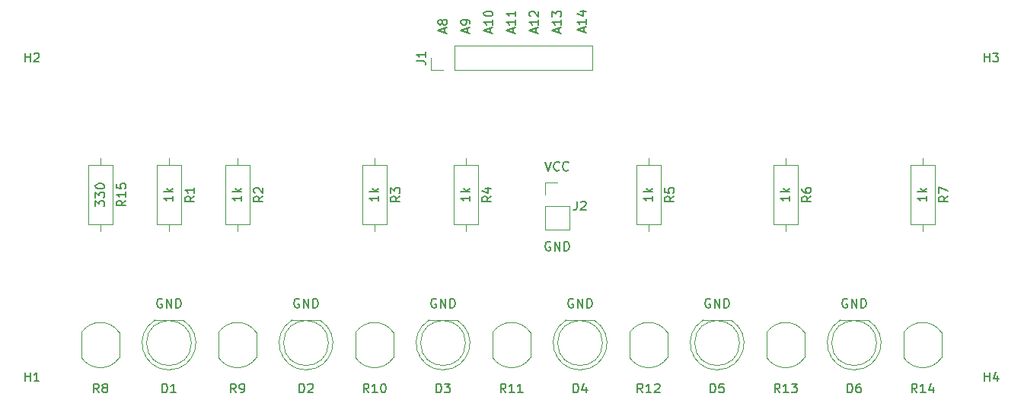
<source format=gbr>
%TF.GenerationSoftware,KiCad,Pcbnew,9.0.4*%
%TF.CreationDate,2026-02-02T12:57:02-08:00*%
%TF.ProjectId,LDR_Board,4c44525f-426f-4617-9264-2e6b69636164,rev?*%
%TF.SameCoordinates,Original*%
%TF.FileFunction,Legend,Top*%
%TF.FilePolarity,Positive*%
%FSLAX46Y46*%
G04 Gerber Fmt 4.6, Leading zero omitted, Abs format (unit mm)*
G04 Created by KiCad (PCBNEW 9.0.4) date 2026-02-02 12:57:02*
%MOMM*%
%LPD*%
G01*
G04 APERTURE LIST*
%ADD10C,0.153000*%
%ADD11C,0.150000*%
%ADD12C,0.120000*%
G04 APERTURE END LIST*
D10*
X124914663Y-96639047D02*
X124914663Y-97210475D01*
X124914663Y-96924761D02*
X123914663Y-96924761D01*
X123914663Y-96924761D02*
X124057520Y-97019999D01*
X124057520Y-97019999D02*
X124152758Y-97115237D01*
X124152758Y-97115237D02*
X124200377Y-97210475D01*
X124914663Y-96210475D02*
X123914663Y-96210475D01*
X124533710Y-96115237D02*
X124914663Y-95829523D01*
X124247996Y-95829523D02*
X124628948Y-96210475D01*
X170634663Y-96639047D02*
X170634663Y-97210475D01*
X170634663Y-96924761D02*
X169634663Y-96924761D01*
X169634663Y-96924761D02*
X169777520Y-97019999D01*
X169777520Y-97019999D02*
X169872758Y-97115237D01*
X169872758Y-97115237D02*
X169920377Y-97210475D01*
X170634663Y-96210475D02*
X169634663Y-96210475D01*
X170253710Y-96115237D02*
X170634663Y-95829523D01*
X169967996Y-95829523D02*
X170348948Y-96210475D01*
X150028948Y-78448866D02*
X150028948Y-77972676D01*
X150314663Y-78544104D02*
X149314663Y-78210771D01*
X149314663Y-78210771D02*
X150314663Y-77877438D01*
X150314663Y-77496485D02*
X150314663Y-77306009D01*
X150314663Y-77306009D02*
X150267044Y-77210771D01*
X150267044Y-77210771D02*
X150219424Y-77163152D01*
X150219424Y-77163152D02*
X150076567Y-77067914D01*
X150076567Y-77067914D02*
X149886091Y-77020295D01*
X149886091Y-77020295D02*
X149505139Y-77020295D01*
X149505139Y-77020295D02*
X149409901Y-77067914D01*
X149409901Y-77067914D02*
X149362282Y-77115533D01*
X149362282Y-77115533D02*
X149314663Y-77210771D01*
X149314663Y-77210771D02*
X149314663Y-77401247D01*
X149314663Y-77401247D02*
X149362282Y-77496485D01*
X149362282Y-77496485D02*
X149409901Y-77544104D01*
X149409901Y-77544104D02*
X149505139Y-77591723D01*
X149505139Y-77591723D02*
X149743234Y-77591723D01*
X149743234Y-77591723D02*
X149838472Y-77544104D01*
X149838472Y-77544104D02*
X149886091Y-77496485D01*
X149886091Y-77496485D02*
X149933710Y-77401247D01*
X149933710Y-77401247D02*
X149933710Y-77210771D01*
X149933710Y-77210771D02*
X149886091Y-77115533D01*
X149886091Y-77115533D02*
X149838472Y-77067914D01*
X149838472Y-77067914D02*
X149743234Y-77020295D01*
X160188948Y-78448866D02*
X160188948Y-77972676D01*
X160474663Y-78544104D02*
X159474663Y-78210771D01*
X159474663Y-78210771D02*
X160474663Y-77877438D01*
X160474663Y-77020295D02*
X160474663Y-77591723D01*
X160474663Y-77306009D02*
X159474663Y-77306009D01*
X159474663Y-77306009D02*
X159617520Y-77401247D01*
X159617520Y-77401247D02*
X159712758Y-77496485D01*
X159712758Y-77496485D02*
X159760377Y-77591723D01*
X159474663Y-76686961D02*
X159474663Y-76067914D01*
X159474663Y-76067914D02*
X159855615Y-76401247D01*
X159855615Y-76401247D02*
X159855615Y-76258390D01*
X159855615Y-76258390D02*
X159903234Y-76163152D01*
X159903234Y-76163152D02*
X159950853Y-76115533D01*
X159950853Y-76115533D02*
X160046091Y-76067914D01*
X160046091Y-76067914D02*
X160284186Y-76067914D01*
X160284186Y-76067914D02*
X160379424Y-76115533D01*
X160379424Y-76115533D02*
X160427044Y-76163152D01*
X160427044Y-76163152D02*
X160474663Y-76258390D01*
X160474663Y-76258390D02*
X160474663Y-76544104D01*
X160474663Y-76544104D02*
X160427044Y-76639342D01*
X160427044Y-76639342D02*
X160379424Y-76686961D01*
X192278095Y-108137282D02*
X192182857Y-108089663D01*
X192182857Y-108089663D02*
X192040000Y-108089663D01*
X192040000Y-108089663D02*
X191897143Y-108137282D01*
X191897143Y-108137282D02*
X191801905Y-108232520D01*
X191801905Y-108232520D02*
X191754286Y-108327758D01*
X191754286Y-108327758D02*
X191706667Y-108518234D01*
X191706667Y-108518234D02*
X191706667Y-108661091D01*
X191706667Y-108661091D02*
X191754286Y-108851567D01*
X191754286Y-108851567D02*
X191801905Y-108946805D01*
X191801905Y-108946805D02*
X191897143Y-109042044D01*
X191897143Y-109042044D02*
X192040000Y-109089663D01*
X192040000Y-109089663D02*
X192135238Y-109089663D01*
X192135238Y-109089663D02*
X192278095Y-109042044D01*
X192278095Y-109042044D02*
X192325714Y-108994424D01*
X192325714Y-108994424D02*
X192325714Y-108661091D01*
X192325714Y-108661091D02*
X192135238Y-108661091D01*
X192754286Y-109089663D02*
X192754286Y-108089663D01*
X192754286Y-108089663D02*
X193325714Y-109089663D01*
X193325714Y-109089663D02*
X193325714Y-108089663D01*
X193801905Y-109089663D02*
X193801905Y-108089663D01*
X193801905Y-108089663D02*
X194040000Y-108089663D01*
X194040000Y-108089663D02*
X194182857Y-108137282D01*
X194182857Y-108137282D02*
X194278095Y-108232520D01*
X194278095Y-108232520D02*
X194325714Y-108327758D01*
X194325714Y-108327758D02*
X194373333Y-108518234D01*
X194373333Y-108518234D02*
X194373333Y-108661091D01*
X194373333Y-108661091D02*
X194325714Y-108851567D01*
X194325714Y-108851567D02*
X194278095Y-108946805D01*
X194278095Y-108946805D02*
X194182857Y-109042044D01*
X194182857Y-109042044D02*
X194040000Y-109089663D01*
X194040000Y-109089663D02*
X193801905Y-109089663D01*
X157648948Y-78448866D02*
X157648948Y-77972676D01*
X157934663Y-78544104D02*
X156934663Y-78210771D01*
X156934663Y-78210771D02*
X157934663Y-77877438D01*
X157934663Y-77020295D02*
X157934663Y-77591723D01*
X157934663Y-77306009D02*
X156934663Y-77306009D01*
X156934663Y-77306009D02*
X157077520Y-77401247D01*
X157077520Y-77401247D02*
X157172758Y-77496485D01*
X157172758Y-77496485D02*
X157220377Y-77591723D01*
X157029901Y-76639342D02*
X156982282Y-76591723D01*
X156982282Y-76591723D02*
X156934663Y-76496485D01*
X156934663Y-76496485D02*
X156934663Y-76258390D01*
X156934663Y-76258390D02*
X156982282Y-76163152D01*
X156982282Y-76163152D02*
X157029901Y-76115533D01*
X157029901Y-76115533D02*
X157125139Y-76067914D01*
X157125139Y-76067914D02*
X157220377Y-76067914D01*
X157220377Y-76067914D02*
X157363234Y-76115533D01*
X157363234Y-76115533D02*
X157934663Y-76686961D01*
X157934663Y-76686961D02*
X157934663Y-76067914D01*
X159258095Y-101787282D02*
X159162857Y-101739663D01*
X159162857Y-101739663D02*
X159020000Y-101739663D01*
X159020000Y-101739663D02*
X158877143Y-101787282D01*
X158877143Y-101787282D02*
X158781905Y-101882520D01*
X158781905Y-101882520D02*
X158734286Y-101977758D01*
X158734286Y-101977758D02*
X158686667Y-102168234D01*
X158686667Y-102168234D02*
X158686667Y-102311091D01*
X158686667Y-102311091D02*
X158734286Y-102501567D01*
X158734286Y-102501567D02*
X158781905Y-102596805D01*
X158781905Y-102596805D02*
X158877143Y-102692044D01*
X158877143Y-102692044D02*
X159020000Y-102739663D01*
X159020000Y-102739663D02*
X159115238Y-102739663D01*
X159115238Y-102739663D02*
X159258095Y-102692044D01*
X159258095Y-102692044D02*
X159305714Y-102644424D01*
X159305714Y-102644424D02*
X159305714Y-102311091D01*
X159305714Y-102311091D02*
X159115238Y-102311091D01*
X159734286Y-102739663D02*
X159734286Y-101739663D01*
X159734286Y-101739663D02*
X160305714Y-102739663D01*
X160305714Y-102739663D02*
X160305714Y-101739663D01*
X160781905Y-102739663D02*
X160781905Y-101739663D01*
X160781905Y-101739663D02*
X161020000Y-101739663D01*
X161020000Y-101739663D02*
X161162857Y-101787282D01*
X161162857Y-101787282D02*
X161258095Y-101882520D01*
X161258095Y-101882520D02*
X161305714Y-101977758D01*
X161305714Y-101977758D02*
X161353333Y-102168234D01*
X161353333Y-102168234D02*
X161353333Y-102311091D01*
X161353333Y-102311091D02*
X161305714Y-102501567D01*
X161305714Y-102501567D02*
X161258095Y-102596805D01*
X161258095Y-102596805D02*
X161162857Y-102692044D01*
X161162857Y-102692044D02*
X161020000Y-102739663D01*
X161020000Y-102739663D02*
X160781905Y-102739663D01*
X150314663Y-96639047D02*
X150314663Y-97210475D01*
X150314663Y-96924761D02*
X149314663Y-96924761D01*
X149314663Y-96924761D02*
X149457520Y-97019999D01*
X149457520Y-97019999D02*
X149552758Y-97115237D01*
X149552758Y-97115237D02*
X149600377Y-97210475D01*
X150314663Y-96210475D02*
X149314663Y-96210475D01*
X149933710Y-96115237D02*
X150314663Y-95829523D01*
X149647996Y-95829523D02*
X150028948Y-96210475D01*
X161798095Y-108137282D02*
X161702857Y-108089663D01*
X161702857Y-108089663D02*
X161560000Y-108089663D01*
X161560000Y-108089663D02*
X161417143Y-108137282D01*
X161417143Y-108137282D02*
X161321905Y-108232520D01*
X161321905Y-108232520D02*
X161274286Y-108327758D01*
X161274286Y-108327758D02*
X161226667Y-108518234D01*
X161226667Y-108518234D02*
X161226667Y-108661091D01*
X161226667Y-108661091D02*
X161274286Y-108851567D01*
X161274286Y-108851567D02*
X161321905Y-108946805D01*
X161321905Y-108946805D02*
X161417143Y-109042044D01*
X161417143Y-109042044D02*
X161560000Y-109089663D01*
X161560000Y-109089663D02*
X161655238Y-109089663D01*
X161655238Y-109089663D02*
X161798095Y-109042044D01*
X161798095Y-109042044D02*
X161845714Y-108994424D01*
X161845714Y-108994424D02*
X161845714Y-108661091D01*
X161845714Y-108661091D02*
X161655238Y-108661091D01*
X162274286Y-109089663D02*
X162274286Y-108089663D01*
X162274286Y-108089663D02*
X162845714Y-109089663D01*
X162845714Y-109089663D02*
X162845714Y-108089663D01*
X163321905Y-109089663D02*
X163321905Y-108089663D01*
X163321905Y-108089663D02*
X163560000Y-108089663D01*
X163560000Y-108089663D02*
X163702857Y-108137282D01*
X163702857Y-108137282D02*
X163798095Y-108232520D01*
X163798095Y-108232520D02*
X163845714Y-108327758D01*
X163845714Y-108327758D02*
X163893333Y-108518234D01*
X163893333Y-108518234D02*
X163893333Y-108661091D01*
X163893333Y-108661091D02*
X163845714Y-108851567D01*
X163845714Y-108851567D02*
X163798095Y-108946805D01*
X163798095Y-108946805D02*
X163702857Y-109042044D01*
X163702857Y-109042044D02*
X163560000Y-109089663D01*
X163560000Y-109089663D02*
X163321905Y-109089663D01*
X117294663Y-96639047D02*
X117294663Y-97210475D01*
X117294663Y-96924761D02*
X116294663Y-96924761D01*
X116294663Y-96924761D02*
X116437520Y-97019999D01*
X116437520Y-97019999D02*
X116532758Y-97115237D01*
X116532758Y-97115237D02*
X116580377Y-97210475D01*
X117294663Y-96210475D02*
X116294663Y-96210475D01*
X116913710Y-96115237D02*
X117294663Y-95829523D01*
X116627996Y-95829523D02*
X117008948Y-96210475D01*
X185874663Y-96639047D02*
X185874663Y-97210475D01*
X185874663Y-96924761D02*
X184874663Y-96924761D01*
X184874663Y-96924761D02*
X185017520Y-97019999D01*
X185017520Y-97019999D02*
X185112758Y-97115237D01*
X185112758Y-97115237D02*
X185160377Y-97210475D01*
X185874663Y-96210475D02*
X184874663Y-96210475D01*
X185493710Y-96115237D02*
X185874663Y-95829523D01*
X185207996Y-95829523D02*
X185588948Y-96210475D01*
X147488948Y-78448866D02*
X147488948Y-77972676D01*
X147774663Y-78544104D02*
X146774663Y-78210771D01*
X146774663Y-78210771D02*
X147774663Y-77877438D01*
X147203234Y-77401247D02*
X147155615Y-77496485D01*
X147155615Y-77496485D02*
X147107996Y-77544104D01*
X147107996Y-77544104D02*
X147012758Y-77591723D01*
X147012758Y-77591723D02*
X146965139Y-77591723D01*
X146965139Y-77591723D02*
X146869901Y-77544104D01*
X146869901Y-77544104D02*
X146822282Y-77496485D01*
X146822282Y-77496485D02*
X146774663Y-77401247D01*
X146774663Y-77401247D02*
X146774663Y-77210771D01*
X146774663Y-77210771D02*
X146822282Y-77115533D01*
X146822282Y-77115533D02*
X146869901Y-77067914D01*
X146869901Y-77067914D02*
X146965139Y-77020295D01*
X146965139Y-77020295D02*
X147012758Y-77020295D01*
X147012758Y-77020295D02*
X147107996Y-77067914D01*
X147107996Y-77067914D02*
X147155615Y-77115533D01*
X147155615Y-77115533D02*
X147203234Y-77210771D01*
X147203234Y-77210771D02*
X147203234Y-77401247D01*
X147203234Y-77401247D02*
X147250853Y-77496485D01*
X147250853Y-77496485D02*
X147298472Y-77544104D01*
X147298472Y-77544104D02*
X147393710Y-77591723D01*
X147393710Y-77591723D02*
X147584186Y-77591723D01*
X147584186Y-77591723D02*
X147679424Y-77544104D01*
X147679424Y-77544104D02*
X147727044Y-77496485D01*
X147727044Y-77496485D02*
X147774663Y-77401247D01*
X147774663Y-77401247D02*
X147774663Y-77210771D01*
X147774663Y-77210771D02*
X147727044Y-77115533D01*
X147727044Y-77115533D02*
X147679424Y-77067914D01*
X147679424Y-77067914D02*
X147584186Y-77020295D01*
X147584186Y-77020295D02*
X147393710Y-77020295D01*
X147393710Y-77020295D02*
X147298472Y-77067914D01*
X147298472Y-77067914D02*
X147250853Y-77115533D01*
X147250853Y-77115533D02*
X147203234Y-77210771D01*
X162948788Y-78400175D02*
X162948788Y-77923985D01*
X163234503Y-78495413D02*
X162234503Y-78162080D01*
X162234503Y-78162080D02*
X163234503Y-77828747D01*
X163234503Y-76971604D02*
X163234503Y-77543032D01*
X163234503Y-77257318D02*
X162234503Y-77257318D01*
X162234503Y-77257318D02*
X162377360Y-77352556D01*
X162377360Y-77352556D02*
X162472598Y-77447794D01*
X162472598Y-77447794D02*
X162520217Y-77543032D01*
X162567836Y-76114461D02*
X163234503Y-76114461D01*
X162186884Y-76352556D02*
X162901169Y-76590651D01*
X162901169Y-76590651D02*
X162901169Y-75971604D01*
X116078095Y-108137282D02*
X115982857Y-108089663D01*
X115982857Y-108089663D02*
X115840000Y-108089663D01*
X115840000Y-108089663D02*
X115697143Y-108137282D01*
X115697143Y-108137282D02*
X115601905Y-108232520D01*
X115601905Y-108232520D02*
X115554286Y-108327758D01*
X115554286Y-108327758D02*
X115506667Y-108518234D01*
X115506667Y-108518234D02*
X115506667Y-108661091D01*
X115506667Y-108661091D02*
X115554286Y-108851567D01*
X115554286Y-108851567D02*
X115601905Y-108946805D01*
X115601905Y-108946805D02*
X115697143Y-109042044D01*
X115697143Y-109042044D02*
X115840000Y-109089663D01*
X115840000Y-109089663D02*
X115935238Y-109089663D01*
X115935238Y-109089663D02*
X116078095Y-109042044D01*
X116078095Y-109042044D02*
X116125714Y-108994424D01*
X116125714Y-108994424D02*
X116125714Y-108661091D01*
X116125714Y-108661091D02*
X115935238Y-108661091D01*
X116554286Y-109089663D02*
X116554286Y-108089663D01*
X116554286Y-108089663D02*
X117125714Y-109089663D01*
X117125714Y-109089663D02*
X117125714Y-108089663D01*
X117601905Y-109089663D02*
X117601905Y-108089663D01*
X117601905Y-108089663D02*
X117840000Y-108089663D01*
X117840000Y-108089663D02*
X117982857Y-108137282D01*
X117982857Y-108137282D02*
X118078095Y-108232520D01*
X118078095Y-108232520D02*
X118125714Y-108327758D01*
X118125714Y-108327758D02*
X118173333Y-108518234D01*
X118173333Y-108518234D02*
X118173333Y-108661091D01*
X118173333Y-108661091D02*
X118125714Y-108851567D01*
X118125714Y-108851567D02*
X118078095Y-108946805D01*
X118078095Y-108946805D02*
X117982857Y-109042044D01*
X117982857Y-109042044D02*
X117840000Y-109089663D01*
X117840000Y-109089663D02*
X117601905Y-109089663D01*
X140154663Y-96639047D02*
X140154663Y-97210475D01*
X140154663Y-96924761D02*
X139154663Y-96924761D01*
X139154663Y-96924761D02*
X139297520Y-97019999D01*
X139297520Y-97019999D02*
X139392758Y-97115237D01*
X139392758Y-97115237D02*
X139440377Y-97210475D01*
X140154663Y-96210475D02*
X139154663Y-96210475D01*
X139773710Y-96115237D02*
X140154663Y-95829523D01*
X139487996Y-95829523D02*
X139868948Y-96210475D01*
X201114663Y-96639047D02*
X201114663Y-97210475D01*
X201114663Y-96924761D02*
X200114663Y-96924761D01*
X200114663Y-96924761D02*
X200257520Y-97019999D01*
X200257520Y-97019999D02*
X200352758Y-97115237D01*
X200352758Y-97115237D02*
X200400377Y-97210475D01*
X201114663Y-96210475D02*
X200114663Y-96210475D01*
X200733710Y-96115237D02*
X201114663Y-95829523D01*
X200447996Y-95829523D02*
X200828948Y-96210475D01*
X131318095Y-108137282D02*
X131222857Y-108089663D01*
X131222857Y-108089663D02*
X131080000Y-108089663D01*
X131080000Y-108089663D02*
X130937143Y-108137282D01*
X130937143Y-108137282D02*
X130841905Y-108232520D01*
X130841905Y-108232520D02*
X130794286Y-108327758D01*
X130794286Y-108327758D02*
X130746667Y-108518234D01*
X130746667Y-108518234D02*
X130746667Y-108661091D01*
X130746667Y-108661091D02*
X130794286Y-108851567D01*
X130794286Y-108851567D02*
X130841905Y-108946805D01*
X130841905Y-108946805D02*
X130937143Y-109042044D01*
X130937143Y-109042044D02*
X131080000Y-109089663D01*
X131080000Y-109089663D02*
X131175238Y-109089663D01*
X131175238Y-109089663D02*
X131318095Y-109042044D01*
X131318095Y-109042044D02*
X131365714Y-108994424D01*
X131365714Y-108994424D02*
X131365714Y-108661091D01*
X131365714Y-108661091D02*
X131175238Y-108661091D01*
X131794286Y-109089663D02*
X131794286Y-108089663D01*
X131794286Y-108089663D02*
X132365714Y-109089663D01*
X132365714Y-109089663D02*
X132365714Y-108089663D01*
X132841905Y-109089663D02*
X132841905Y-108089663D01*
X132841905Y-108089663D02*
X133080000Y-108089663D01*
X133080000Y-108089663D02*
X133222857Y-108137282D01*
X133222857Y-108137282D02*
X133318095Y-108232520D01*
X133318095Y-108232520D02*
X133365714Y-108327758D01*
X133365714Y-108327758D02*
X133413333Y-108518234D01*
X133413333Y-108518234D02*
X133413333Y-108661091D01*
X133413333Y-108661091D02*
X133365714Y-108851567D01*
X133365714Y-108851567D02*
X133318095Y-108946805D01*
X133318095Y-108946805D02*
X133222857Y-109042044D01*
X133222857Y-109042044D02*
X133080000Y-109089663D01*
X133080000Y-109089663D02*
X132841905Y-109089663D01*
X108674663Y-97805713D02*
X108674663Y-97186666D01*
X108674663Y-97186666D02*
X109055615Y-97519999D01*
X109055615Y-97519999D02*
X109055615Y-97377142D01*
X109055615Y-97377142D02*
X109103234Y-97281904D01*
X109103234Y-97281904D02*
X109150853Y-97234285D01*
X109150853Y-97234285D02*
X109246091Y-97186666D01*
X109246091Y-97186666D02*
X109484186Y-97186666D01*
X109484186Y-97186666D02*
X109579424Y-97234285D01*
X109579424Y-97234285D02*
X109627044Y-97281904D01*
X109627044Y-97281904D02*
X109674663Y-97377142D01*
X109674663Y-97377142D02*
X109674663Y-97662856D01*
X109674663Y-97662856D02*
X109627044Y-97758094D01*
X109627044Y-97758094D02*
X109579424Y-97805713D01*
X108674663Y-96853332D02*
X108674663Y-96234285D01*
X108674663Y-96234285D02*
X109055615Y-96567618D01*
X109055615Y-96567618D02*
X109055615Y-96424761D01*
X109055615Y-96424761D02*
X109103234Y-96329523D01*
X109103234Y-96329523D02*
X109150853Y-96281904D01*
X109150853Y-96281904D02*
X109246091Y-96234285D01*
X109246091Y-96234285D02*
X109484186Y-96234285D01*
X109484186Y-96234285D02*
X109579424Y-96281904D01*
X109579424Y-96281904D02*
X109627044Y-96329523D01*
X109627044Y-96329523D02*
X109674663Y-96424761D01*
X109674663Y-96424761D02*
X109674663Y-96710475D01*
X109674663Y-96710475D02*
X109627044Y-96805713D01*
X109627044Y-96805713D02*
X109579424Y-96853332D01*
X108674663Y-95615237D02*
X108674663Y-95519999D01*
X108674663Y-95519999D02*
X108722282Y-95424761D01*
X108722282Y-95424761D02*
X108769901Y-95377142D01*
X108769901Y-95377142D02*
X108865139Y-95329523D01*
X108865139Y-95329523D02*
X109055615Y-95281904D01*
X109055615Y-95281904D02*
X109293710Y-95281904D01*
X109293710Y-95281904D02*
X109484186Y-95329523D01*
X109484186Y-95329523D02*
X109579424Y-95377142D01*
X109579424Y-95377142D02*
X109627044Y-95424761D01*
X109627044Y-95424761D02*
X109674663Y-95519999D01*
X109674663Y-95519999D02*
X109674663Y-95615237D01*
X109674663Y-95615237D02*
X109627044Y-95710475D01*
X109627044Y-95710475D02*
X109579424Y-95758094D01*
X109579424Y-95758094D02*
X109484186Y-95805713D01*
X109484186Y-95805713D02*
X109293710Y-95853332D01*
X109293710Y-95853332D02*
X109055615Y-95853332D01*
X109055615Y-95853332D02*
X108865139Y-95805713D01*
X108865139Y-95805713D02*
X108769901Y-95758094D01*
X108769901Y-95758094D02*
X108722282Y-95710475D01*
X108722282Y-95710475D02*
X108674663Y-95615237D01*
X155108948Y-78448866D02*
X155108948Y-77972676D01*
X155394663Y-78544104D02*
X154394663Y-78210771D01*
X154394663Y-78210771D02*
X155394663Y-77877438D01*
X155394663Y-77020295D02*
X155394663Y-77591723D01*
X155394663Y-77306009D02*
X154394663Y-77306009D01*
X154394663Y-77306009D02*
X154537520Y-77401247D01*
X154537520Y-77401247D02*
X154632758Y-77496485D01*
X154632758Y-77496485D02*
X154680377Y-77591723D01*
X155394663Y-76067914D02*
X155394663Y-76639342D01*
X155394663Y-76353628D02*
X154394663Y-76353628D01*
X154394663Y-76353628D02*
X154537520Y-76448866D01*
X154537520Y-76448866D02*
X154632758Y-76544104D01*
X154632758Y-76544104D02*
X154680377Y-76639342D01*
X146558095Y-108137282D02*
X146462857Y-108089663D01*
X146462857Y-108089663D02*
X146320000Y-108089663D01*
X146320000Y-108089663D02*
X146177143Y-108137282D01*
X146177143Y-108137282D02*
X146081905Y-108232520D01*
X146081905Y-108232520D02*
X146034286Y-108327758D01*
X146034286Y-108327758D02*
X145986667Y-108518234D01*
X145986667Y-108518234D02*
X145986667Y-108661091D01*
X145986667Y-108661091D02*
X146034286Y-108851567D01*
X146034286Y-108851567D02*
X146081905Y-108946805D01*
X146081905Y-108946805D02*
X146177143Y-109042044D01*
X146177143Y-109042044D02*
X146320000Y-109089663D01*
X146320000Y-109089663D02*
X146415238Y-109089663D01*
X146415238Y-109089663D02*
X146558095Y-109042044D01*
X146558095Y-109042044D02*
X146605714Y-108994424D01*
X146605714Y-108994424D02*
X146605714Y-108661091D01*
X146605714Y-108661091D02*
X146415238Y-108661091D01*
X147034286Y-109089663D02*
X147034286Y-108089663D01*
X147034286Y-108089663D02*
X147605714Y-109089663D01*
X147605714Y-109089663D02*
X147605714Y-108089663D01*
X148081905Y-109089663D02*
X148081905Y-108089663D01*
X148081905Y-108089663D02*
X148320000Y-108089663D01*
X148320000Y-108089663D02*
X148462857Y-108137282D01*
X148462857Y-108137282D02*
X148558095Y-108232520D01*
X148558095Y-108232520D02*
X148605714Y-108327758D01*
X148605714Y-108327758D02*
X148653333Y-108518234D01*
X148653333Y-108518234D02*
X148653333Y-108661091D01*
X148653333Y-108661091D02*
X148605714Y-108851567D01*
X148605714Y-108851567D02*
X148558095Y-108946805D01*
X148558095Y-108946805D02*
X148462857Y-109042044D01*
X148462857Y-109042044D02*
X148320000Y-109089663D01*
X148320000Y-109089663D02*
X148081905Y-109089663D01*
X152568948Y-78448866D02*
X152568948Y-77972676D01*
X152854663Y-78544104D02*
X151854663Y-78210771D01*
X151854663Y-78210771D02*
X152854663Y-77877438D01*
X152854663Y-77020295D02*
X152854663Y-77591723D01*
X152854663Y-77306009D02*
X151854663Y-77306009D01*
X151854663Y-77306009D02*
X151997520Y-77401247D01*
X151997520Y-77401247D02*
X152092758Y-77496485D01*
X152092758Y-77496485D02*
X152140377Y-77591723D01*
X151854663Y-76401247D02*
X151854663Y-76306009D01*
X151854663Y-76306009D02*
X151902282Y-76210771D01*
X151902282Y-76210771D02*
X151949901Y-76163152D01*
X151949901Y-76163152D02*
X152045139Y-76115533D01*
X152045139Y-76115533D02*
X152235615Y-76067914D01*
X152235615Y-76067914D02*
X152473710Y-76067914D01*
X152473710Y-76067914D02*
X152664186Y-76115533D01*
X152664186Y-76115533D02*
X152759424Y-76163152D01*
X152759424Y-76163152D02*
X152807044Y-76210771D01*
X152807044Y-76210771D02*
X152854663Y-76306009D01*
X152854663Y-76306009D02*
X152854663Y-76401247D01*
X152854663Y-76401247D02*
X152807044Y-76496485D01*
X152807044Y-76496485D02*
X152759424Y-76544104D01*
X152759424Y-76544104D02*
X152664186Y-76591723D01*
X152664186Y-76591723D02*
X152473710Y-76639342D01*
X152473710Y-76639342D02*
X152235615Y-76639342D01*
X152235615Y-76639342D02*
X152045139Y-76591723D01*
X152045139Y-76591723D02*
X151949901Y-76544104D01*
X151949901Y-76544104D02*
X151902282Y-76496485D01*
X151902282Y-76496485D02*
X151854663Y-76401247D01*
X158686667Y-92849663D02*
X159020000Y-93849663D01*
X159020000Y-93849663D02*
X159353333Y-92849663D01*
X160258095Y-93754424D02*
X160210476Y-93802044D01*
X160210476Y-93802044D02*
X160067619Y-93849663D01*
X160067619Y-93849663D02*
X159972381Y-93849663D01*
X159972381Y-93849663D02*
X159829524Y-93802044D01*
X159829524Y-93802044D02*
X159734286Y-93706805D01*
X159734286Y-93706805D02*
X159686667Y-93611567D01*
X159686667Y-93611567D02*
X159639048Y-93421091D01*
X159639048Y-93421091D02*
X159639048Y-93278234D01*
X159639048Y-93278234D02*
X159686667Y-93087758D01*
X159686667Y-93087758D02*
X159734286Y-92992520D01*
X159734286Y-92992520D02*
X159829524Y-92897282D01*
X159829524Y-92897282D02*
X159972381Y-92849663D01*
X159972381Y-92849663D02*
X160067619Y-92849663D01*
X160067619Y-92849663D02*
X160210476Y-92897282D01*
X160210476Y-92897282D02*
X160258095Y-92944901D01*
X161258095Y-93754424D02*
X161210476Y-93802044D01*
X161210476Y-93802044D02*
X161067619Y-93849663D01*
X161067619Y-93849663D02*
X160972381Y-93849663D01*
X160972381Y-93849663D02*
X160829524Y-93802044D01*
X160829524Y-93802044D02*
X160734286Y-93706805D01*
X160734286Y-93706805D02*
X160686667Y-93611567D01*
X160686667Y-93611567D02*
X160639048Y-93421091D01*
X160639048Y-93421091D02*
X160639048Y-93278234D01*
X160639048Y-93278234D02*
X160686667Y-93087758D01*
X160686667Y-93087758D02*
X160734286Y-92992520D01*
X160734286Y-92992520D02*
X160829524Y-92897282D01*
X160829524Y-92897282D02*
X160972381Y-92849663D01*
X160972381Y-92849663D02*
X161067619Y-92849663D01*
X161067619Y-92849663D02*
X161210476Y-92897282D01*
X161210476Y-92897282D02*
X161258095Y-92944901D01*
X177038095Y-108137282D02*
X176942857Y-108089663D01*
X176942857Y-108089663D02*
X176800000Y-108089663D01*
X176800000Y-108089663D02*
X176657143Y-108137282D01*
X176657143Y-108137282D02*
X176561905Y-108232520D01*
X176561905Y-108232520D02*
X176514286Y-108327758D01*
X176514286Y-108327758D02*
X176466667Y-108518234D01*
X176466667Y-108518234D02*
X176466667Y-108661091D01*
X176466667Y-108661091D02*
X176514286Y-108851567D01*
X176514286Y-108851567D02*
X176561905Y-108946805D01*
X176561905Y-108946805D02*
X176657143Y-109042044D01*
X176657143Y-109042044D02*
X176800000Y-109089663D01*
X176800000Y-109089663D02*
X176895238Y-109089663D01*
X176895238Y-109089663D02*
X177038095Y-109042044D01*
X177038095Y-109042044D02*
X177085714Y-108994424D01*
X177085714Y-108994424D02*
X177085714Y-108661091D01*
X177085714Y-108661091D02*
X176895238Y-108661091D01*
X177514286Y-109089663D02*
X177514286Y-108089663D01*
X177514286Y-108089663D02*
X178085714Y-109089663D01*
X178085714Y-109089663D02*
X178085714Y-108089663D01*
X178561905Y-109089663D02*
X178561905Y-108089663D01*
X178561905Y-108089663D02*
X178800000Y-108089663D01*
X178800000Y-108089663D02*
X178942857Y-108137282D01*
X178942857Y-108137282D02*
X179038095Y-108232520D01*
X179038095Y-108232520D02*
X179085714Y-108327758D01*
X179085714Y-108327758D02*
X179133333Y-108518234D01*
X179133333Y-108518234D02*
X179133333Y-108661091D01*
X179133333Y-108661091D02*
X179085714Y-108851567D01*
X179085714Y-108851567D02*
X179038095Y-108946805D01*
X179038095Y-108946805D02*
X178942857Y-109042044D01*
X178942857Y-109042044D02*
X178800000Y-109089663D01*
X178800000Y-109089663D02*
X178561905Y-109089663D01*
D11*
X184777142Y-118564819D02*
X184443809Y-118088628D01*
X184205714Y-118564819D02*
X184205714Y-117564819D01*
X184205714Y-117564819D02*
X184586666Y-117564819D01*
X184586666Y-117564819D02*
X184681904Y-117612438D01*
X184681904Y-117612438D02*
X184729523Y-117660057D01*
X184729523Y-117660057D02*
X184777142Y-117755295D01*
X184777142Y-117755295D02*
X184777142Y-117898152D01*
X184777142Y-117898152D02*
X184729523Y-117993390D01*
X184729523Y-117993390D02*
X184681904Y-118041009D01*
X184681904Y-118041009D02*
X184586666Y-118088628D01*
X184586666Y-118088628D02*
X184205714Y-118088628D01*
X185729523Y-118564819D02*
X185158095Y-118564819D01*
X185443809Y-118564819D02*
X185443809Y-117564819D01*
X185443809Y-117564819D02*
X185348571Y-117707676D01*
X185348571Y-117707676D02*
X185253333Y-117802914D01*
X185253333Y-117802914D02*
X185158095Y-117850533D01*
X186062857Y-117564819D02*
X186681904Y-117564819D01*
X186681904Y-117564819D02*
X186348571Y-117945771D01*
X186348571Y-117945771D02*
X186491428Y-117945771D01*
X186491428Y-117945771D02*
X186586666Y-117993390D01*
X186586666Y-117993390D02*
X186634285Y-118041009D01*
X186634285Y-118041009D02*
X186681904Y-118136247D01*
X186681904Y-118136247D02*
X186681904Y-118374342D01*
X186681904Y-118374342D02*
X186634285Y-118469580D01*
X186634285Y-118469580D02*
X186586666Y-118517200D01*
X186586666Y-118517200D02*
X186491428Y-118564819D01*
X186491428Y-118564819D02*
X186205714Y-118564819D01*
X186205714Y-118564819D02*
X186110476Y-118517200D01*
X186110476Y-118517200D02*
X186062857Y-118469580D01*
X144394819Y-81613333D02*
X145109104Y-81613333D01*
X145109104Y-81613333D02*
X145251961Y-81660952D01*
X145251961Y-81660952D02*
X145347200Y-81756190D01*
X145347200Y-81756190D02*
X145394819Y-81899047D01*
X145394819Y-81899047D02*
X145394819Y-81994285D01*
X145394819Y-80613333D02*
X145394819Y-81184761D01*
X145394819Y-80899047D02*
X144394819Y-80899047D01*
X144394819Y-80899047D02*
X144537676Y-80994285D01*
X144537676Y-80994285D02*
X144632914Y-81089523D01*
X144632914Y-81089523D02*
X144680533Y-81184761D01*
X203484819Y-96686666D02*
X203008628Y-97019999D01*
X203484819Y-97258094D02*
X202484819Y-97258094D01*
X202484819Y-97258094D02*
X202484819Y-96877142D01*
X202484819Y-96877142D02*
X202532438Y-96781904D01*
X202532438Y-96781904D02*
X202580057Y-96734285D01*
X202580057Y-96734285D02*
X202675295Y-96686666D01*
X202675295Y-96686666D02*
X202818152Y-96686666D01*
X202818152Y-96686666D02*
X202913390Y-96734285D01*
X202913390Y-96734285D02*
X202961009Y-96781904D01*
X202961009Y-96781904D02*
X203008628Y-96877142D01*
X203008628Y-96877142D02*
X203008628Y-97258094D01*
X202484819Y-96353332D02*
X202484819Y-95686666D01*
X202484819Y-95686666D02*
X203484819Y-96115237D01*
X109053333Y-118564819D02*
X108720000Y-118088628D01*
X108481905Y-118564819D02*
X108481905Y-117564819D01*
X108481905Y-117564819D02*
X108862857Y-117564819D01*
X108862857Y-117564819D02*
X108958095Y-117612438D01*
X108958095Y-117612438D02*
X109005714Y-117660057D01*
X109005714Y-117660057D02*
X109053333Y-117755295D01*
X109053333Y-117755295D02*
X109053333Y-117898152D01*
X109053333Y-117898152D02*
X109005714Y-117993390D01*
X109005714Y-117993390D02*
X108958095Y-118041009D01*
X108958095Y-118041009D02*
X108862857Y-118088628D01*
X108862857Y-118088628D02*
X108481905Y-118088628D01*
X109624762Y-117993390D02*
X109529524Y-117945771D01*
X109529524Y-117945771D02*
X109481905Y-117898152D01*
X109481905Y-117898152D02*
X109434286Y-117802914D01*
X109434286Y-117802914D02*
X109434286Y-117755295D01*
X109434286Y-117755295D02*
X109481905Y-117660057D01*
X109481905Y-117660057D02*
X109529524Y-117612438D01*
X109529524Y-117612438D02*
X109624762Y-117564819D01*
X109624762Y-117564819D02*
X109815238Y-117564819D01*
X109815238Y-117564819D02*
X109910476Y-117612438D01*
X109910476Y-117612438D02*
X109958095Y-117660057D01*
X109958095Y-117660057D02*
X110005714Y-117755295D01*
X110005714Y-117755295D02*
X110005714Y-117802914D01*
X110005714Y-117802914D02*
X109958095Y-117898152D01*
X109958095Y-117898152D02*
X109910476Y-117945771D01*
X109910476Y-117945771D02*
X109815238Y-117993390D01*
X109815238Y-117993390D02*
X109624762Y-117993390D01*
X109624762Y-117993390D02*
X109529524Y-118041009D01*
X109529524Y-118041009D02*
X109481905Y-118088628D01*
X109481905Y-118088628D02*
X109434286Y-118183866D01*
X109434286Y-118183866D02*
X109434286Y-118374342D01*
X109434286Y-118374342D02*
X109481905Y-118469580D01*
X109481905Y-118469580D02*
X109529524Y-118517200D01*
X109529524Y-118517200D02*
X109624762Y-118564819D01*
X109624762Y-118564819D02*
X109815238Y-118564819D01*
X109815238Y-118564819D02*
X109910476Y-118517200D01*
X109910476Y-118517200D02*
X109958095Y-118469580D01*
X109958095Y-118469580D02*
X110005714Y-118374342D01*
X110005714Y-118374342D02*
X110005714Y-118183866D01*
X110005714Y-118183866D02*
X109958095Y-118088628D01*
X109958095Y-118088628D02*
X109910476Y-118041009D01*
X109910476Y-118041009D02*
X109815238Y-117993390D01*
X139057142Y-118564819D02*
X138723809Y-118088628D01*
X138485714Y-118564819D02*
X138485714Y-117564819D01*
X138485714Y-117564819D02*
X138866666Y-117564819D01*
X138866666Y-117564819D02*
X138961904Y-117612438D01*
X138961904Y-117612438D02*
X139009523Y-117660057D01*
X139009523Y-117660057D02*
X139057142Y-117755295D01*
X139057142Y-117755295D02*
X139057142Y-117898152D01*
X139057142Y-117898152D02*
X139009523Y-117993390D01*
X139009523Y-117993390D02*
X138961904Y-118041009D01*
X138961904Y-118041009D02*
X138866666Y-118088628D01*
X138866666Y-118088628D02*
X138485714Y-118088628D01*
X140009523Y-118564819D02*
X139438095Y-118564819D01*
X139723809Y-118564819D02*
X139723809Y-117564819D01*
X139723809Y-117564819D02*
X139628571Y-117707676D01*
X139628571Y-117707676D02*
X139533333Y-117802914D01*
X139533333Y-117802914D02*
X139438095Y-117850533D01*
X140628571Y-117564819D02*
X140723809Y-117564819D01*
X140723809Y-117564819D02*
X140819047Y-117612438D01*
X140819047Y-117612438D02*
X140866666Y-117660057D01*
X140866666Y-117660057D02*
X140914285Y-117755295D01*
X140914285Y-117755295D02*
X140961904Y-117945771D01*
X140961904Y-117945771D02*
X140961904Y-118183866D01*
X140961904Y-118183866D02*
X140914285Y-118374342D01*
X140914285Y-118374342D02*
X140866666Y-118469580D01*
X140866666Y-118469580D02*
X140819047Y-118517200D01*
X140819047Y-118517200D02*
X140723809Y-118564819D01*
X140723809Y-118564819D02*
X140628571Y-118564819D01*
X140628571Y-118564819D02*
X140533333Y-118517200D01*
X140533333Y-118517200D02*
X140485714Y-118469580D01*
X140485714Y-118469580D02*
X140438095Y-118374342D01*
X140438095Y-118374342D02*
X140390476Y-118183866D01*
X140390476Y-118183866D02*
X140390476Y-117945771D01*
X140390476Y-117945771D02*
X140438095Y-117755295D01*
X140438095Y-117755295D02*
X140485714Y-117660057D01*
X140485714Y-117660057D02*
X140533333Y-117612438D01*
X140533333Y-117612438D02*
X140628571Y-117564819D01*
X173004819Y-96686666D02*
X172528628Y-97019999D01*
X173004819Y-97258094D02*
X172004819Y-97258094D01*
X172004819Y-97258094D02*
X172004819Y-96877142D01*
X172004819Y-96877142D02*
X172052438Y-96781904D01*
X172052438Y-96781904D02*
X172100057Y-96734285D01*
X172100057Y-96734285D02*
X172195295Y-96686666D01*
X172195295Y-96686666D02*
X172338152Y-96686666D01*
X172338152Y-96686666D02*
X172433390Y-96734285D01*
X172433390Y-96734285D02*
X172481009Y-96781904D01*
X172481009Y-96781904D02*
X172528628Y-96877142D01*
X172528628Y-96877142D02*
X172528628Y-97258094D01*
X172004819Y-95781904D02*
X172004819Y-96258094D01*
X172004819Y-96258094D02*
X172481009Y-96305713D01*
X172481009Y-96305713D02*
X172433390Y-96258094D01*
X172433390Y-96258094D02*
X172385771Y-96162856D01*
X172385771Y-96162856D02*
X172385771Y-95924761D01*
X172385771Y-95924761D02*
X172433390Y-95829523D01*
X172433390Y-95829523D02*
X172481009Y-95781904D01*
X172481009Y-95781904D02*
X172576247Y-95734285D01*
X172576247Y-95734285D02*
X172814342Y-95734285D01*
X172814342Y-95734285D02*
X172909580Y-95781904D01*
X172909580Y-95781904D02*
X172957200Y-95829523D01*
X172957200Y-95829523D02*
X173004819Y-95924761D01*
X173004819Y-95924761D02*
X173004819Y-96162856D01*
X173004819Y-96162856D02*
X172957200Y-96258094D01*
X172957200Y-96258094D02*
X172909580Y-96305713D01*
X119664819Y-96686666D02*
X119188628Y-97019999D01*
X119664819Y-97258094D02*
X118664819Y-97258094D01*
X118664819Y-97258094D02*
X118664819Y-96877142D01*
X118664819Y-96877142D02*
X118712438Y-96781904D01*
X118712438Y-96781904D02*
X118760057Y-96734285D01*
X118760057Y-96734285D02*
X118855295Y-96686666D01*
X118855295Y-96686666D02*
X118998152Y-96686666D01*
X118998152Y-96686666D02*
X119093390Y-96734285D01*
X119093390Y-96734285D02*
X119141009Y-96781904D01*
X119141009Y-96781904D02*
X119188628Y-96877142D01*
X119188628Y-96877142D02*
X119188628Y-97258094D01*
X119664819Y-95734285D02*
X119664819Y-96305713D01*
X119664819Y-96019999D02*
X118664819Y-96019999D01*
X118664819Y-96019999D02*
X118807676Y-96115237D01*
X118807676Y-96115237D02*
X118902914Y-96210475D01*
X118902914Y-96210475D02*
X118950533Y-96305713D01*
X154297142Y-118564819D02*
X153963809Y-118088628D01*
X153725714Y-118564819D02*
X153725714Y-117564819D01*
X153725714Y-117564819D02*
X154106666Y-117564819D01*
X154106666Y-117564819D02*
X154201904Y-117612438D01*
X154201904Y-117612438D02*
X154249523Y-117660057D01*
X154249523Y-117660057D02*
X154297142Y-117755295D01*
X154297142Y-117755295D02*
X154297142Y-117898152D01*
X154297142Y-117898152D02*
X154249523Y-117993390D01*
X154249523Y-117993390D02*
X154201904Y-118041009D01*
X154201904Y-118041009D02*
X154106666Y-118088628D01*
X154106666Y-118088628D02*
X153725714Y-118088628D01*
X155249523Y-118564819D02*
X154678095Y-118564819D01*
X154963809Y-118564819D02*
X154963809Y-117564819D01*
X154963809Y-117564819D02*
X154868571Y-117707676D01*
X154868571Y-117707676D02*
X154773333Y-117802914D01*
X154773333Y-117802914D02*
X154678095Y-117850533D01*
X156201904Y-118564819D02*
X155630476Y-118564819D01*
X155916190Y-118564819D02*
X155916190Y-117564819D01*
X155916190Y-117564819D02*
X155820952Y-117707676D01*
X155820952Y-117707676D02*
X155725714Y-117802914D01*
X155725714Y-117802914D02*
X155630476Y-117850533D01*
X200017142Y-118564819D02*
X199683809Y-118088628D01*
X199445714Y-118564819D02*
X199445714Y-117564819D01*
X199445714Y-117564819D02*
X199826666Y-117564819D01*
X199826666Y-117564819D02*
X199921904Y-117612438D01*
X199921904Y-117612438D02*
X199969523Y-117660057D01*
X199969523Y-117660057D02*
X200017142Y-117755295D01*
X200017142Y-117755295D02*
X200017142Y-117898152D01*
X200017142Y-117898152D02*
X199969523Y-117993390D01*
X199969523Y-117993390D02*
X199921904Y-118041009D01*
X199921904Y-118041009D02*
X199826666Y-118088628D01*
X199826666Y-118088628D02*
X199445714Y-118088628D01*
X200969523Y-118564819D02*
X200398095Y-118564819D01*
X200683809Y-118564819D02*
X200683809Y-117564819D01*
X200683809Y-117564819D02*
X200588571Y-117707676D01*
X200588571Y-117707676D02*
X200493333Y-117802914D01*
X200493333Y-117802914D02*
X200398095Y-117850533D01*
X201826666Y-117898152D02*
X201826666Y-118564819D01*
X201588571Y-117517200D02*
X201350476Y-118231485D01*
X201350476Y-118231485D02*
X201969523Y-118231485D01*
X100838095Y-117294819D02*
X100838095Y-116294819D01*
X100838095Y-116771009D02*
X101409523Y-116771009D01*
X101409523Y-117294819D02*
X101409523Y-116294819D01*
X102409523Y-117294819D02*
X101838095Y-117294819D01*
X102123809Y-117294819D02*
X102123809Y-116294819D01*
X102123809Y-116294819D02*
X102028571Y-116437676D01*
X102028571Y-116437676D02*
X101933333Y-116532914D01*
X101933333Y-116532914D02*
X101838095Y-116580533D01*
X142524819Y-96686666D02*
X142048628Y-97019999D01*
X142524819Y-97258094D02*
X141524819Y-97258094D01*
X141524819Y-97258094D02*
X141524819Y-96877142D01*
X141524819Y-96877142D02*
X141572438Y-96781904D01*
X141572438Y-96781904D02*
X141620057Y-96734285D01*
X141620057Y-96734285D02*
X141715295Y-96686666D01*
X141715295Y-96686666D02*
X141858152Y-96686666D01*
X141858152Y-96686666D02*
X141953390Y-96734285D01*
X141953390Y-96734285D02*
X142001009Y-96781904D01*
X142001009Y-96781904D02*
X142048628Y-96877142D01*
X142048628Y-96877142D02*
X142048628Y-97258094D01*
X141524819Y-96353332D02*
X141524819Y-95734285D01*
X141524819Y-95734285D02*
X141905771Y-96067618D01*
X141905771Y-96067618D02*
X141905771Y-95924761D01*
X141905771Y-95924761D02*
X141953390Y-95829523D01*
X141953390Y-95829523D02*
X142001009Y-95781904D01*
X142001009Y-95781904D02*
X142096247Y-95734285D01*
X142096247Y-95734285D02*
X142334342Y-95734285D01*
X142334342Y-95734285D02*
X142429580Y-95781904D01*
X142429580Y-95781904D02*
X142477200Y-95829523D01*
X142477200Y-95829523D02*
X142524819Y-95924761D01*
X142524819Y-95924761D02*
X142524819Y-96210475D01*
X142524819Y-96210475D02*
X142477200Y-96305713D01*
X142477200Y-96305713D02*
X142429580Y-96353332D01*
X146581905Y-118564819D02*
X146581905Y-117564819D01*
X146581905Y-117564819D02*
X146820000Y-117564819D01*
X146820000Y-117564819D02*
X146962857Y-117612438D01*
X146962857Y-117612438D02*
X147058095Y-117707676D01*
X147058095Y-117707676D02*
X147105714Y-117802914D01*
X147105714Y-117802914D02*
X147153333Y-117993390D01*
X147153333Y-117993390D02*
X147153333Y-118136247D01*
X147153333Y-118136247D02*
X147105714Y-118326723D01*
X147105714Y-118326723D02*
X147058095Y-118421961D01*
X147058095Y-118421961D02*
X146962857Y-118517200D01*
X146962857Y-118517200D02*
X146820000Y-118564819D01*
X146820000Y-118564819D02*
X146581905Y-118564819D01*
X147486667Y-117564819D02*
X148105714Y-117564819D01*
X148105714Y-117564819D02*
X147772381Y-117945771D01*
X147772381Y-117945771D02*
X147915238Y-117945771D01*
X147915238Y-117945771D02*
X148010476Y-117993390D01*
X148010476Y-117993390D02*
X148058095Y-118041009D01*
X148058095Y-118041009D02*
X148105714Y-118136247D01*
X148105714Y-118136247D02*
X148105714Y-118374342D01*
X148105714Y-118374342D02*
X148058095Y-118469580D01*
X148058095Y-118469580D02*
X148010476Y-118517200D01*
X148010476Y-118517200D02*
X147915238Y-118564819D01*
X147915238Y-118564819D02*
X147629524Y-118564819D01*
X147629524Y-118564819D02*
X147534286Y-118517200D01*
X147534286Y-118517200D02*
X147486667Y-118469580D01*
X177061905Y-118564819D02*
X177061905Y-117564819D01*
X177061905Y-117564819D02*
X177300000Y-117564819D01*
X177300000Y-117564819D02*
X177442857Y-117612438D01*
X177442857Y-117612438D02*
X177538095Y-117707676D01*
X177538095Y-117707676D02*
X177585714Y-117802914D01*
X177585714Y-117802914D02*
X177633333Y-117993390D01*
X177633333Y-117993390D02*
X177633333Y-118136247D01*
X177633333Y-118136247D02*
X177585714Y-118326723D01*
X177585714Y-118326723D02*
X177538095Y-118421961D01*
X177538095Y-118421961D02*
X177442857Y-118517200D01*
X177442857Y-118517200D02*
X177300000Y-118564819D01*
X177300000Y-118564819D02*
X177061905Y-118564819D01*
X178538095Y-117564819D02*
X178061905Y-117564819D01*
X178061905Y-117564819D02*
X178014286Y-118041009D01*
X178014286Y-118041009D02*
X178061905Y-117993390D01*
X178061905Y-117993390D02*
X178157143Y-117945771D01*
X178157143Y-117945771D02*
X178395238Y-117945771D01*
X178395238Y-117945771D02*
X178490476Y-117993390D01*
X178490476Y-117993390D02*
X178538095Y-118041009D01*
X178538095Y-118041009D02*
X178585714Y-118136247D01*
X178585714Y-118136247D02*
X178585714Y-118374342D01*
X178585714Y-118374342D02*
X178538095Y-118469580D01*
X178538095Y-118469580D02*
X178490476Y-118517200D01*
X178490476Y-118517200D02*
X178395238Y-118564819D01*
X178395238Y-118564819D02*
X178157143Y-118564819D01*
X178157143Y-118564819D02*
X178061905Y-118517200D01*
X178061905Y-118517200D02*
X178014286Y-118469580D01*
X100838095Y-81734819D02*
X100838095Y-80734819D01*
X100838095Y-81211009D02*
X101409523Y-81211009D01*
X101409523Y-81734819D02*
X101409523Y-80734819D01*
X101838095Y-80830057D02*
X101885714Y-80782438D01*
X101885714Y-80782438D02*
X101980952Y-80734819D01*
X101980952Y-80734819D02*
X102219047Y-80734819D01*
X102219047Y-80734819D02*
X102314285Y-80782438D01*
X102314285Y-80782438D02*
X102361904Y-80830057D01*
X102361904Y-80830057D02*
X102409523Y-80925295D01*
X102409523Y-80925295D02*
X102409523Y-81020533D01*
X102409523Y-81020533D02*
X102361904Y-81163390D01*
X102361904Y-81163390D02*
X101790476Y-81734819D01*
X101790476Y-81734819D02*
X102409523Y-81734819D01*
X152684819Y-96686666D02*
X152208628Y-97019999D01*
X152684819Y-97258094D02*
X151684819Y-97258094D01*
X151684819Y-97258094D02*
X151684819Y-96877142D01*
X151684819Y-96877142D02*
X151732438Y-96781904D01*
X151732438Y-96781904D02*
X151780057Y-96734285D01*
X151780057Y-96734285D02*
X151875295Y-96686666D01*
X151875295Y-96686666D02*
X152018152Y-96686666D01*
X152018152Y-96686666D02*
X152113390Y-96734285D01*
X152113390Y-96734285D02*
X152161009Y-96781904D01*
X152161009Y-96781904D02*
X152208628Y-96877142D01*
X152208628Y-96877142D02*
X152208628Y-97258094D01*
X152018152Y-95829523D02*
X152684819Y-95829523D01*
X151637200Y-96067618D02*
X152351485Y-96305713D01*
X152351485Y-96305713D02*
X152351485Y-95686666D01*
X116101905Y-118564819D02*
X116101905Y-117564819D01*
X116101905Y-117564819D02*
X116340000Y-117564819D01*
X116340000Y-117564819D02*
X116482857Y-117612438D01*
X116482857Y-117612438D02*
X116578095Y-117707676D01*
X116578095Y-117707676D02*
X116625714Y-117802914D01*
X116625714Y-117802914D02*
X116673333Y-117993390D01*
X116673333Y-117993390D02*
X116673333Y-118136247D01*
X116673333Y-118136247D02*
X116625714Y-118326723D01*
X116625714Y-118326723D02*
X116578095Y-118421961D01*
X116578095Y-118421961D02*
X116482857Y-118517200D01*
X116482857Y-118517200D02*
X116340000Y-118564819D01*
X116340000Y-118564819D02*
X116101905Y-118564819D01*
X117625714Y-118564819D02*
X117054286Y-118564819D01*
X117340000Y-118564819D02*
X117340000Y-117564819D01*
X117340000Y-117564819D02*
X117244762Y-117707676D01*
X117244762Y-117707676D02*
X117149524Y-117802914D01*
X117149524Y-117802914D02*
X117054286Y-117850533D01*
X192301905Y-118564819D02*
X192301905Y-117564819D01*
X192301905Y-117564819D02*
X192540000Y-117564819D01*
X192540000Y-117564819D02*
X192682857Y-117612438D01*
X192682857Y-117612438D02*
X192778095Y-117707676D01*
X192778095Y-117707676D02*
X192825714Y-117802914D01*
X192825714Y-117802914D02*
X192873333Y-117993390D01*
X192873333Y-117993390D02*
X192873333Y-118136247D01*
X192873333Y-118136247D02*
X192825714Y-118326723D01*
X192825714Y-118326723D02*
X192778095Y-118421961D01*
X192778095Y-118421961D02*
X192682857Y-118517200D01*
X192682857Y-118517200D02*
X192540000Y-118564819D01*
X192540000Y-118564819D02*
X192301905Y-118564819D01*
X193730476Y-117564819D02*
X193540000Y-117564819D01*
X193540000Y-117564819D02*
X193444762Y-117612438D01*
X193444762Y-117612438D02*
X193397143Y-117660057D01*
X193397143Y-117660057D02*
X193301905Y-117802914D01*
X193301905Y-117802914D02*
X193254286Y-117993390D01*
X193254286Y-117993390D02*
X193254286Y-118374342D01*
X193254286Y-118374342D02*
X193301905Y-118469580D01*
X193301905Y-118469580D02*
X193349524Y-118517200D01*
X193349524Y-118517200D02*
X193444762Y-118564819D01*
X193444762Y-118564819D02*
X193635238Y-118564819D01*
X193635238Y-118564819D02*
X193730476Y-118517200D01*
X193730476Y-118517200D02*
X193778095Y-118469580D01*
X193778095Y-118469580D02*
X193825714Y-118374342D01*
X193825714Y-118374342D02*
X193825714Y-118136247D01*
X193825714Y-118136247D02*
X193778095Y-118041009D01*
X193778095Y-118041009D02*
X193730476Y-117993390D01*
X193730476Y-117993390D02*
X193635238Y-117945771D01*
X193635238Y-117945771D02*
X193444762Y-117945771D01*
X193444762Y-117945771D02*
X193349524Y-117993390D01*
X193349524Y-117993390D02*
X193301905Y-118041009D01*
X193301905Y-118041009D02*
X193254286Y-118136247D01*
X124293333Y-118564819D02*
X123960000Y-118088628D01*
X123721905Y-118564819D02*
X123721905Y-117564819D01*
X123721905Y-117564819D02*
X124102857Y-117564819D01*
X124102857Y-117564819D02*
X124198095Y-117612438D01*
X124198095Y-117612438D02*
X124245714Y-117660057D01*
X124245714Y-117660057D02*
X124293333Y-117755295D01*
X124293333Y-117755295D02*
X124293333Y-117898152D01*
X124293333Y-117898152D02*
X124245714Y-117993390D01*
X124245714Y-117993390D02*
X124198095Y-118041009D01*
X124198095Y-118041009D02*
X124102857Y-118088628D01*
X124102857Y-118088628D02*
X123721905Y-118088628D01*
X124769524Y-118564819D02*
X124960000Y-118564819D01*
X124960000Y-118564819D02*
X125055238Y-118517200D01*
X125055238Y-118517200D02*
X125102857Y-118469580D01*
X125102857Y-118469580D02*
X125198095Y-118326723D01*
X125198095Y-118326723D02*
X125245714Y-118136247D01*
X125245714Y-118136247D02*
X125245714Y-117755295D01*
X125245714Y-117755295D02*
X125198095Y-117660057D01*
X125198095Y-117660057D02*
X125150476Y-117612438D01*
X125150476Y-117612438D02*
X125055238Y-117564819D01*
X125055238Y-117564819D02*
X124864762Y-117564819D01*
X124864762Y-117564819D02*
X124769524Y-117612438D01*
X124769524Y-117612438D02*
X124721905Y-117660057D01*
X124721905Y-117660057D02*
X124674286Y-117755295D01*
X124674286Y-117755295D02*
X124674286Y-117993390D01*
X124674286Y-117993390D02*
X124721905Y-118088628D01*
X124721905Y-118088628D02*
X124769524Y-118136247D01*
X124769524Y-118136247D02*
X124864762Y-118183866D01*
X124864762Y-118183866D02*
X125055238Y-118183866D01*
X125055238Y-118183866D02*
X125150476Y-118136247D01*
X125150476Y-118136247D02*
X125198095Y-118088628D01*
X125198095Y-118088628D02*
X125245714Y-117993390D01*
X131341905Y-118564819D02*
X131341905Y-117564819D01*
X131341905Y-117564819D02*
X131580000Y-117564819D01*
X131580000Y-117564819D02*
X131722857Y-117612438D01*
X131722857Y-117612438D02*
X131818095Y-117707676D01*
X131818095Y-117707676D02*
X131865714Y-117802914D01*
X131865714Y-117802914D02*
X131913333Y-117993390D01*
X131913333Y-117993390D02*
X131913333Y-118136247D01*
X131913333Y-118136247D02*
X131865714Y-118326723D01*
X131865714Y-118326723D02*
X131818095Y-118421961D01*
X131818095Y-118421961D02*
X131722857Y-118517200D01*
X131722857Y-118517200D02*
X131580000Y-118564819D01*
X131580000Y-118564819D02*
X131341905Y-118564819D01*
X132294286Y-117660057D02*
X132341905Y-117612438D01*
X132341905Y-117612438D02*
X132437143Y-117564819D01*
X132437143Y-117564819D02*
X132675238Y-117564819D01*
X132675238Y-117564819D02*
X132770476Y-117612438D01*
X132770476Y-117612438D02*
X132818095Y-117660057D01*
X132818095Y-117660057D02*
X132865714Y-117755295D01*
X132865714Y-117755295D02*
X132865714Y-117850533D01*
X132865714Y-117850533D02*
X132818095Y-117993390D01*
X132818095Y-117993390D02*
X132246667Y-118564819D01*
X132246667Y-118564819D02*
X132865714Y-118564819D01*
X169528770Y-118564819D02*
X169195437Y-118088628D01*
X168957342Y-118564819D02*
X168957342Y-117564819D01*
X168957342Y-117564819D02*
X169338294Y-117564819D01*
X169338294Y-117564819D02*
X169433532Y-117612438D01*
X169433532Y-117612438D02*
X169481151Y-117660057D01*
X169481151Y-117660057D02*
X169528770Y-117755295D01*
X169528770Y-117755295D02*
X169528770Y-117898152D01*
X169528770Y-117898152D02*
X169481151Y-117993390D01*
X169481151Y-117993390D02*
X169433532Y-118041009D01*
X169433532Y-118041009D02*
X169338294Y-118088628D01*
X169338294Y-118088628D02*
X168957342Y-118088628D01*
X170481151Y-118564819D02*
X169909723Y-118564819D01*
X170195437Y-118564819D02*
X170195437Y-117564819D01*
X170195437Y-117564819D02*
X170100199Y-117707676D01*
X170100199Y-117707676D02*
X170004961Y-117802914D01*
X170004961Y-117802914D02*
X169909723Y-117850533D01*
X170862104Y-117660057D02*
X170909723Y-117612438D01*
X170909723Y-117612438D02*
X171004961Y-117564819D01*
X171004961Y-117564819D02*
X171243056Y-117564819D01*
X171243056Y-117564819D02*
X171338294Y-117612438D01*
X171338294Y-117612438D02*
X171385913Y-117660057D01*
X171385913Y-117660057D02*
X171433532Y-117755295D01*
X171433532Y-117755295D02*
X171433532Y-117850533D01*
X171433532Y-117850533D02*
X171385913Y-117993390D01*
X171385913Y-117993390D02*
X170814485Y-118564819D01*
X170814485Y-118564819D02*
X171433532Y-118564819D01*
X188244819Y-96686666D02*
X187768628Y-97019999D01*
X188244819Y-97258094D02*
X187244819Y-97258094D01*
X187244819Y-97258094D02*
X187244819Y-96877142D01*
X187244819Y-96877142D02*
X187292438Y-96781904D01*
X187292438Y-96781904D02*
X187340057Y-96734285D01*
X187340057Y-96734285D02*
X187435295Y-96686666D01*
X187435295Y-96686666D02*
X187578152Y-96686666D01*
X187578152Y-96686666D02*
X187673390Y-96734285D01*
X187673390Y-96734285D02*
X187721009Y-96781904D01*
X187721009Y-96781904D02*
X187768628Y-96877142D01*
X187768628Y-96877142D02*
X187768628Y-97258094D01*
X187244819Y-95829523D02*
X187244819Y-96019999D01*
X187244819Y-96019999D02*
X187292438Y-96115237D01*
X187292438Y-96115237D02*
X187340057Y-96162856D01*
X187340057Y-96162856D02*
X187482914Y-96258094D01*
X187482914Y-96258094D02*
X187673390Y-96305713D01*
X187673390Y-96305713D02*
X188054342Y-96305713D01*
X188054342Y-96305713D02*
X188149580Y-96258094D01*
X188149580Y-96258094D02*
X188197200Y-96210475D01*
X188197200Y-96210475D02*
X188244819Y-96115237D01*
X188244819Y-96115237D02*
X188244819Y-95924761D01*
X188244819Y-95924761D02*
X188197200Y-95829523D01*
X188197200Y-95829523D02*
X188149580Y-95781904D01*
X188149580Y-95781904D02*
X188054342Y-95734285D01*
X188054342Y-95734285D02*
X187816247Y-95734285D01*
X187816247Y-95734285D02*
X187721009Y-95781904D01*
X187721009Y-95781904D02*
X187673390Y-95829523D01*
X187673390Y-95829523D02*
X187625771Y-95924761D01*
X187625771Y-95924761D02*
X187625771Y-96115237D01*
X187625771Y-96115237D02*
X187673390Y-96210475D01*
X187673390Y-96210475D02*
X187721009Y-96258094D01*
X187721009Y-96258094D02*
X187816247Y-96305713D01*
X207518095Y-117294819D02*
X207518095Y-116294819D01*
X207518095Y-116771009D02*
X208089523Y-116771009D01*
X208089523Y-117294819D02*
X208089523Y-116294819D01*
X208994285Y-116628152D02*
X208994285Y-117294819D01*
X208756190Y-116247200D02*
X208518095Y-116961485D01*
X208518095Y-116961485D02*
X209137142Y-116961485D01*
X127284819Y-96686666D02*
X126808628Y-97019999D01*
X127284819Y-97258094D02*
X126284819Y-97258094D01*
X126284819Y-97258094D02*
X126284819Y-96877142D01*
X126284819Y-96877142D02*
X126332438Y-96781904D01*
X126332438Y-96781904D02*
X126380057Y-96734285D01*
X126380057Y-96734285D02*
X126475295Y-96686666D01*
X126475295Y-96686666D02*
X126618152Y-96686666D01*
X126618152Y-96686666D02*
X126713390Y-96734285D01*
X126713390Y-96734285D02*
X126761009Y-96781904D01*
X126761009Y-96781904D02*
X126808628Y-96877142D01*
X126808628Y-96877142D02*
X126808628Y-97258094D01*
X126380057Y-96305713D02*
X126332438Y-96258094D01*
X126332438Y-96258094D02*
X126284819Y-96162856D01*
X126284819Y-96162856D02*
X126284819Y-95924761D01*
X126284819Y-95924761D02*
X126332438Y-95829523D01*
X126332438Y-95829523D02*
X126380057Y-95781904D01*
X126380057Y-95781904D02*
X126475295Y-95734285D01*
X126475295Y-95734285D02*
X126570533Y-95734285D01*
X126570533Y-95734285D02*
X126713390Y-95781904D01*
X126713390Y-95781904D02*
X127284819Y-96353332D01*
X127284819Y-96353332D02*
X127284819Y-95734285D01*
X112044819Y-97162857D02*
X111568628Y-97496190D01*
X112044819Y-97734285D02*
X111044819Y-97734285D01*
X111044819Y-97734285D02*
X111044819Y-97353333D01*
X111044819Y-97353333D02*
X111092438Y-97258095D01*
X111092438Y-97258095D02*
X111140057Y-97210476D01*
X111140057Y-97210476D02*
X111235295Y-97162857D01*
X111235295Y-97162857D02*
X111378152Y-97162857D01*
X111378152Y-97162857D02*
X111473390Y-97210476D01*
X111473390Y-97210476D02*
X111521009Y-97258095D01*
X111521009Y-97258095D02*
X111568628Y-97353333D01*
X111568628Y-97353333D02*
X111568628Y-97734285D01*
X112044819Y-96210476D02*
X112044819Y-96781904D01*
X112044819Y-96496190D02*
X111044819Y-96496190D01*
X111044819Y-96496190D02*
X111187676Y-96591428D01*
X111187676Y-96591428D02*
X111282914Y-96686666D01*
X111282914Y-96686666D02*
X111330533Y-96781904D01*
X111044819Y-95305714D02*
X111044819Y-95781904D01*
X111044819Y-95781904D02*
X111521009Y-95829523D01*
X111521009Y-95829523D02*
X111473390Y-95781904D01*
X111473390Y-95781904D02*
X111425771Y-95686666D01*
X111425771Y-95686666D02*
X111425771Y-95448571D01*
X111425771Y-95448571D02*
X111473390Y-95353333D01*
X111473390Y-95353333D02*
X111521009Y-95305714D01*
X111521009Y-95305714D02*
X111616247Y-95258095D01*
X111616247Y-95258095D02*
X111854342Y-95258095D01*
X111854342Y-95258095D02*
X111949580Y-95305714D01*
X111949580Y-95305714D02*
X111997200Y-95353333D01*
X111997200Y-95353333D02*
X112044819Y-95448571D01*
X112044819Y-95448571D02*
X112044819Y-95686666D01*
X112044819Y-95686666D02*
X111997200Y-95781904D01*
X111997200Y-95781904D02*
X111949580Y-95829523D01*
X161821905Y-118564819D02*
X161821905Y-117564819D01*
X161821905Y-117564819D02*
X162060000Y-117564819D01*
X162060000Y-117564819D02*
X162202857Y-117612438D01*
X162202857Y-117612438D02*
X162298095Y-117707676D01*
X162298095Y-117707676D02*
X162345714Y-117802914D01*
X162345714Y-117802914D02*
X162393333Y-117993390D01*
X162393333Y-117993390D02*
X162393333Y-118136247D01*
X162393333Y-118136247D02*
X162345714Y-118326723D01*
X162345714Y-118326723D02*
X162298095Y-118421961D01*
X162298095Y-118421961D02*
X162202857Y-118517200D01*
X162202857Y-118517200D02*
X162060000Y-118564819D01*
X162060000Y-118564819D02*
X161821905Y-118564819D01*
X163250476Y-117898152D02*
X163250476Y-118564819D01*
X163012381Y-117517200D02*
X162774286Y-118231485D01*
X162774286Y-118231485D02*
X163393333Y-118231485D01*
X207518095Y-81734819D02*
X207518095Y-80734819D01*
X207518095Y-81211009D02*
X208089523Y-81211009D01*
X208089523Y-81734819D02*
X208089523Y-80734819D01*
X208470476Y-80734819D02*
X209089523Y-80734819D01*
X209089523Y-80734819D02*
X208756190Y-81115771D01*
X208756190Y-81115771D02*
X208899047Y-81115771D01*
X208899047Y-81115771D02*
X208994285Y-81163390D01*
X208994285Y-81163390D02*
X209041904Y-81211009D01*
X209041904Y-81211009D02*
X209089523Y-81306247D01*
X209089523Y-81306247D02*
X209089523Y-81544342D01*
X209089523Y-81544342D02*
X209041904Y-81639580D01*
X209041904Y-81639580D02*
X208994285Y-81687200D01*
X208994285Y-81687200D02*
X208899047Y-81734819D01*
X208899047Y-81734819D02*
X208613333Y-81734819D01*
X208613333Y-81734819D02*
X208518095Y-81687200D01*
X208518095Y-81687200D02*
X208470476Y-81639580D01*
X162226666Y-97244819D02*
X162226666Y-97959104D01*
X162226666Y-97959104D02*
X162179047Y-98101961D01*
X162179047Y-98101961D02*
X162083809Y-98197200D01*
X162083809Y-98197200D02*
X161940952Y-98244819D01*
X161940952Y-98244819D02*
X161845714Y-98244819D01*
X162655238Y-97340057D02*
X162702857Y-97292438D01*
X162702857Y-97292438D02*
X162798095Y-97244819D01*
X162798095Y-97244819D02*
X163036190Y-97244819D01*
X163036190Y-97244819D02*
X163131428Y-97292438D01*
X163131428Y-97292438D02*
X163179047Y-97340057D01*
X163179047Y-97340057D02*
X163226666Y-97435295D01*
X163226666Y-97435295D02*
X163226666Y-97530533D01*
X163226666Y-97530533D02*
X163179047Y-97673390D01*
X163179047Y-97673390D02*
X162607619Y-98244819D01*
X162607619Y-98244819D02*
X163226666Y-98244819D01*
D12*
%TO.C,R13*%
X183320000Y-111860000D02*
X183320000Y-114660000D01*
X187520000Y-111860000D02*
X187520000Y-114660000D01*
X183320000Y-111860000D02*
G75*
G02*
X187529242Y-111873963I2100000J-1400000D01*
G01*
X187520000Y-114660000D02*
G75*
G02*
X183310758Y-114646037I-2100000J1400000D01*
G01*
%TO.C,J1*%
X145940000Y-82660000D02*
X145940000Y-81280000D01*
X147320000Y-82660000D02*
X145940000Y-82660000D01*
X148590000Y-79900000D02*
X163940000Y-79900000D01*
X148590000Y-82660000D02*
X148590000Y-79900000D01*
X148590000Y-82660000D02*
X163940000Y-82660000D01*
X163940000Y-82660000D02*
X163940000Y-79900000D01*
%TO.C,R7*%
X200660000Y-92480000D02*
X200660000Y-93250000D01*
X200660000Y-100560000D02*
X200660000Y-99790000D01*
X202030000Y-93250000D02*
X199290000Y-93250000D01*
X199290000Y-99790000D01*
X202030000Y-99790000D01*
X202030000Y-93250000D01*
%TO.C,R8*%
X107120000Y-111860000D02*
X107120000Y-114660000D01*
X111320000Y-111860000D02*
X111320000Y-114660000D01*
X107120000Y-111860000D02*
G75*
G02*
X111329242Y-111873963I2100000J-1400000D01*
G01*
X111320000Y-114660000D02*
G75*
G02*
X107110758Y-114646037I-2100000J1400000D01*
G01*
%TO.C,R10*%
X137600000Y-111860000D02*
X137600000Y-114660000D01*
X141800000Y-111860000D02*
X141800000Y-114660000D01*
X137600000Y-111860000D02*
G75*
G02*
X141809242Y-111873963I2100000J-1400000D01*
G01*
X141800000Y-114660000D02*
G75*
G02*
X137590758Y-114646037I-2100000J1400000D01*
G01*
%TO.C,R5*%
X170180000Y-92480000D02*
X170180000Y-93250000D01*
X170180000Y-100560000D02*
X170180000Y-99790000D01*
X171550000Y-93250000D02*
X168810000Y-93250000D01*
X168810000Y-99790000D01*
X171550000Y-99790000D01*
X171550000Y-93250000D01*
%TO.C,R1*%
X116840000Y-92480000D02*
X116840000Y-93250000D01*
X116840000Y-100560000D02*
X116840000Y-99790000D01*
X118210000Y-93250000D02*
X115470000Y-93250000D01*
X115470000Y-99790000D01*
X118210000Y-99790000D01*
X118210000Y-93250000D01*
%TO.C,R11*%
X152840000Y-111860000D02*
X152840000Y-114660000D01*
X157040000Y-111860000D02*
X157040000Y-114660000D01*
X152840000Y-111860000D02*
G75*
G02*
X157049242Y-111873963I2100000J-1400000D01*
G01*
X157040000Y-114660000D02*
G75*
G02*
X152830758Y-114646037I-2100000J1400000D01*
G01*
%TO.C,R14*%
X198560000Y-111860000D02*
X198560000Y-114660000D01*
X202760000Y-111860000D02*
X202760000Y-114660000D01*
X198560000Y-111860000D02*
G75*
G02*
X202769242Y-111873963I2100000J-1400000D01*
G01*
X202760000Y-114660000D02*
G75*
G02*
X198550758Y-114646037I-2100000J1400000D01*
G01*
%TO.C,R3*%
X139700000Y-92480000D02*
X139700000Y-93250000D01*
X139700000Y-100560000D02*
X139700000Y-99790000D01*
X141070000Y-93250000D02*
X138330000Y-93250000D01*
X138330000Y-99790000D01*
X141070000Y-99790000D01*
X141070000Y-93250000D01*
%TO.C,D3*%
X148865000Y-110470000D02*
X145775000Y-110470000D01*
X147320000Y-116020000D02*
G75*
G02*
X145775170Y-110470000I0J2990000D01*
G01*
X148864830Y-110470000D02*
G75*
G02*
X147320000Y-116020000I-1544830J-2560000D01*
G01*
X149820000Y-113030000D02*
G75*
G02*
X144820000Y-113030000I-2500000J0D01*
G01*
X144820000Y-113030000D02*
G75*
G02*
X149820000Y-113030000I2500000J0D01*
G01*
%TO.C,D5*%
X179345000Y-110470000D02*
X176255000Y-110470000D01*
X177800000Y-116020000D02*
G75*
G02*
X176255170Y-110470000I0J2990000D01*
G01*
X179344830Y-110470000D02*
G75*
G02*
X177800000Y-116020000I-1544830J-2560000D01*
G01*
X180300000Y-113030000D02*
G75*
G02*
X175300000Y-113030000I-2500000J0D01*
G01*
X175300000Y-113030000D02*
G75*
G02*
X180300000Y-113030000I2500000J0D01*
G01*
%TO.C,R4*%
X149860000Y-92480000D02*
X149860000Y-93250000D01*
X149860000Y-100560000D02*
X149860000Y-99790000D01*
X151230000Y-93250000D02*
X148490000Y-93250000D01*
X148490000Y-99790000D01*
X151230000Y-99790000D01*
X151230000Y-93250000D01*
%TO.C,D1*%
X118385000Y-110470000D02*
X115295000Y-110470000D01*
X116840000Y-116020000D02*
G75*
G02*
X115295170Y-110470000I0J2990000D01*
G01*
X118384830Y-110470000D02*
G75*
G02*
X116840000Y-116020000I-1544830J-2560000D01*
G01*
X119340000Y-113030000D02*
G75*
G02*
X114340000Y-113030000I-2500000J0D01*
G01*
X114340000Y-113030000D02*
G75*
G02*
X119340000Y-113030000I2500000J0D01*
G01*
%TO.C,D6*%
X194585000Y-110470000D02*
X191495000Y-110470000D01*
X193040000Y-116020000D02*
G75*
G02*
X191495170Y-110470000I0J2990000D01*
G01*
X194584830Y-110470000D02*
G75*
G02*
X193040000Y-116020000I-1544830J-2560000D01*
G01*
X195540000Y-113030000D02*
G75*
G02*
X190540000Y-113030000I-2500000J0D01*
G01*
X190540000Y-113030000D02*
G75*
G02*
X195540000Y-113030000I2500000J0D01*
G01*
%TO.C,R9*%
X122360000Y-111860000D02*
X122360000Y-114660000D01*
X126560000Y-111860000D02*
X126560000Y-114660000D01*
X122360000Y-111860000D02*
G75*
G02*
X126569242Y-111873963I2100000J-1400000D01*
G01*
X126560000Y-114660000D02*
G75*
G02*
X122350758Y-114646037I-2100000J1400000D01*
G01*
%TO.C,D2*%
X133625000Y-110470000D02*
X130535000Y-110470000D01*
X132080000Y-116020000D02*
G75*
G02*
X130535170Y-110470000I0J2990000D01*
G01*
X133624830Y-110470000D02*
G75*
G02*
X132080000Y-116020000I-1544830J-2560000D01*
G01*
X134580000Y-113030000D02*
G75*
G02*
X129580000Y-113030000I-2500000J0D01*
G01*
X129580000Y-113030000D02*
G75*
G02*
X134580000Y-113030000I2500000J0D01*
G01*
%TO.C,R12*%
X168080000Y-111860000D02*
X168080000Y-114660000D01*
X172280000Y-111860000D02*
X172280000Y-114660000D01*
X168080000Y-111860000D02*
G75*
G02*
X172289242Y-111873963I2100000J-1400000D01*
G01*
X172280000Y-114660000D02*
G75*
G02*
X168070758Y-114646037I-2100000J1400000D01*
G01*
%TO.C,R6*%
X185420000Y-92480000D02*
X185420000Y-93250000D01*
X185420000Y-100560000D02*
X185420000Y-99790000D01*
X186790000Y-93250000D02*
X184050000Y-93250000D01*
X184050000Y-99790000D01*
X186790000Y-99790000D01*
X186790000Y-93250000D01*
%TO.C,R2*%
X124460000Y-92480000D02*
X124460000Y-93250000D01*
X124460000Y-100560000D02*
X124460000Y-99790000D01*
X125830000Y-93250000D02*
X123090000Y-93250000D01*
X123090000Y-99790000D01*
X125830000Y-99790000D01*
X125830000Y-93250000D01*
%TO.C,R15*%
X109220000Y-92480000D02*
X109220000Y-93250000D01*
X109220000Y-100560000D02*
X109220000Y-99790000D01*
X110590000Y-93250000D02*
X107850000Y-93250000D01*
X107850000Y-99790000D01*
X110590000Y-99790000D01*
X110590000Y-93250000D01*
%TO.C,D4*%
X164105000Y-110470000D02*
X161015000Y-110470000D01*
X162560000Y-116020000D02*
G75*
G02*
X161015170Y-110470000I0J2990000D01*
G01*
X164104830Y-110470000D02*
G75*
G02*
X162560000Y-116020000I-1544830J-2560000D01*
G01*
X165060000Y-113030000D02*
G75*
G02*
X160060000Y-113030000I-2500000J0D01*
G01*
X160060000Y-113030000D02*
G75*
G02*
X165060000Y-113030000I2500000J0D01*
G01*
%TO.C,J2*%
X158640000Y-95140000D02*
X160020000Y-95140000D01*
X158640000Y-96520000D02*
X158640000Y-95140000D01*
X158640000Y-97790000D02*
X158640000Y-100440000D01*
X158640000Y-97790000D02*
X161400000Y-97790000D01*
X158640000Y-100440000D02*
X161400000Y-100440000D01*
X161400000Y-97790000D02*
X161400000Y-100440000D01*
%TD*%
M02*

</source>
